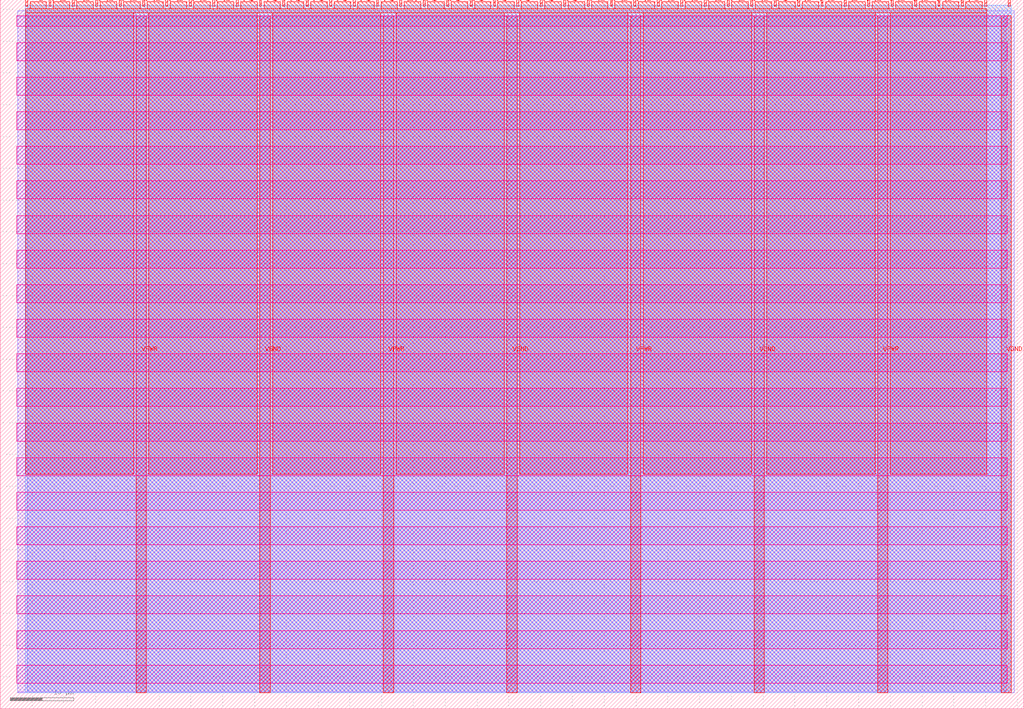
<source format=lef>
VERSION 5.7 ;
  NOWIREEXTENSIONATPIN ON ;
  DIVIDERCHAR "/" ;
  BUSBITCHARS "[]" ;
MACRO tt_um_advanced_counter
  CLASS BLOCK ;
  FOREIGN tt_um_advanced_counter ;
  ORIGIN 0.000 0.000 ;
  SIZE 161.000 BY 111.520 ;
  PIN VGND
    DIRECTION INOUT ;
    USE GROUND ;
    PORT
      LAYER met4 ;
        RECT 40.830 2.480 42.430 109.040 ;
    END
    PORT
      LAYER met4 ;
        RECT 79.700 2.480 81.300 109.040 ;
    END
    PORT
      LAYER met4 ;
        RECT 118.570 2.480 120.170 109.040 ;
    END
    PORT
      LAYER met4 ;
        RECT 157.440 2.480 159.040 109.040 ;
    END
  END VGND
  PIN VPWR
    DIRECTION INOUT ;
    USE POWER ;
    PORT
      LAYER met4 ;
        RECT 21.395 2.480 22.995 109.040 ;
    END
    PORT
      LAYER met4 ;
        RECT 60.265 2.480 61.865 109.040 ;
    END
    PORT
      LAYER met4 ;
        RECT 99.135 2.480 100.735 109.040 ;
    END
    PORT
      LAYER met4 ;
        RECT 138.005 2.480 139.605 109.040 ;
    END
  END VPWR
  PIN clk
    DIRECTION INPUT ;
    USE SIGNAL ;
    ANTENNAGATEAREA 0.852000 ;
    PORT
      LAYER met4 ;
        RECT 154.870 110.520 155.170 111.520 ;
    END
  END clk
  PIN ena
    DIRECTION INPUT ;
    USE SIGNAL ;
    PORT
      LAYER met4 ;
        RECT 158.550 110.520 158.850 111.520 ;
    END
  END ena
  PIN rst_n
    DIRECTION INPUT ;
    USE SIGNAL ;
    ANTENNAGATEAREA 0.196500 ;
    PORT
      LAYER met4 ;
        RECT 151.190 110.520 151.490 111.520 ;
    END
  END rst_n
  PIN ui_in[0]
    DIRECTION INPUT ;
    USE SIGNAL ;
    ANTENNAGATEAREA 0.196500 ;
    PORT
      LAYER met4 ;
        RECT 147.510 110.520 147.810 111.520 ;
    END
  END ui_in[0]
  PIN ui_in[1]
    DIRECTION INPUT ;
    USE SIGNAL ;
    ANTENNAGATEAREA 0.196500 ;
    PORT
      LAYER met4 ;
        RECT 143.830 110.520 144.130 111.520 ;
    END
  END ui_in[1]
  PIN ui_in[2]
    DIRECTION INPUT ;
    USE SIGNAL ;
    PORT
      LAYER met4 ;
        RECT 140.150 110.520 140.450 111.520 ;
    END
  END ui_in[2]
  PIN ui_in[3]
    DIRECTION INPUT ;
    USE SIGNAL ;
    PORT
      LAYER met4 ;
        RECT 136.470 110.520 136.770 111.520 ;
    END
  END ui_in[3]
  PIN ui_in[4]
    DIRECTION INPUT ;
    USE SIGNAL ;
    PORT
      LAYER met4 ;
        RECT 132.790 110.520 133.090 111.520 ;
    END
  END ui_in[4]
  PIN ui_in[5]
    DIRECTION INPUT ;
    USE SIGNAL ;
    PORT
      LAYER met4 ;
        RECT 129.110 110.520 129.410 111.520 ;
    END
  END ui_in[5]
  PIN ui_in[6]
    DIRECTION INPUT ;
    USE SIGNAL ;
    PORT
      LAYER met4 ;
        RECT 125.430 110.520 125.730 111.520 ;
    END
  END ui_in[6]
  PIN ui_in[7]
    DIRECTION INPUT ;
    USE SIGNAL ;
    PORT
      LAYER met4 ;
        RECT 121.750 110.520 122.050 111.520 ;
    END
  END ui_in[7]
  PIN uio_in[0]
    DIRECTION INPUT ;
    USE SIGNAL ;
    ANTENNAGATEAREA 0.213000 ;
    PORT
      LAYER met4 ;
        RECT 118.070 110.520 118.370 111.520 ;
    END
  END uio_in[0]
  PIN uio_in[1]
    DIRECTION INPUT ;
    USE SIGNAL ;
    ANTENNAGATEAREA 0.196500 ;
    PORT
      LAYER met4 ;
        RECT 114.390 110.520 114.690 111.520 ;
    END
  END uio_in[1]
  PIN uio_in[2]
    DIRECTION INPUT ;
    USE SIGNAL ;
    ANTENNAGATEAREA 0.196500 ;
    PORT
      LAYER met4 ;
        RECT 110.710 110.520 111.010 111.520 ;
    END
  END uio_in[2]
  PIN uio_in[3]
    DIRECTION INPUT ;
    USE SIGNAL ;
    ANTENNAGATEAREA 0.213000 ;
    PORT
      LAYER met4 ;
        RECT 107.030 110.520 107.330 111.520 ;
    END
  END uio_in[3]
  PIN uio_in[4]
    DIRECTION INPUT ;
    USE SIGNAL ;
    PORT
      LAYER met4 ;
        RECT 103.350 110.520 103.650 111.520 ;
    END
  END uio_in[4]
  PIN uio_in[5]
    DIRECTION INPUT ;
    USE SIGNAL ;
    PORT
      LAYER met4 ;
        RECT 99.670 110.520 99.970 111.520 ;
    END
  END uio_in[5]
  PIN uio_in[6]
    DIRECTION INPUT ;
    USE SIGNAL ;
    PORT
      LAYER met4 ;
        RECT 95.990 110.520 96.290 111.520 ;
    END
  END uio_in[6]
  PIN uio_in[7]
    DIRECTION INPUT ;
    USE SIGNAL ;
    PORT
      LAYER met4 ;
        RECT 92.310 110.520 92.610 111.520 ;
    END
  END uio_in[7]
  PIN uio_oe[0]
    DIRECTION OUTPUT TRISTATE ;
    USE SIGNAL ;
    PORT
      LAYER met4 ;
        RECT 29.750 110.520 30.050 111.520 ;
    END
  END uio_oe[0]
  PIN uio_oe[1]
    DIRECTION OUTPUT TRISTATE ;
    USE SIGNAL ;
    PORT
      LAYER met4 ;
        RECT 26.070 110.520 26.370 111.520 ;
    END
  END uio_oe[1]
  PIN uio_oe[2]
    DIRECTION OUTPUT TRISTATE ;
    USE SIGNAL ;
    PORT
      LAYER met4 ;
        RECT 22.390 110.520 22.690 111.520 ;
    END
  END uio_oe[2]
  PIN uio_oe[3]
    DIRECTION OUTPUT TRISTATE ;
    USE SIGNAL ;
    PORT
      LAYER met4 ;
        RECT 18.710 110.520 19.010 111.520 ;
    END
  END uio_oe[3]
  PIN uio_oe[4]
    DIRECTION OUTPUT TRISTATE ;
    USE SIGNAL ;
    PORT
      LAYER met4 ;
        RECT 15.030 110.520 15.330 111.520 ;
    END
  END uio_oe[4]
  PIN uio_oe[5]
    DIRECTION OUTPUT TRISTATE ;
    USE SIGNAL ;
    PORT
      LAYER met4 ;
        RECT 11.350 110.520 11.650 111.520 ;
    END
  END uio_oe[5]
  PIN uio_oe[6]
    DIRECTION OUTPUT TRISTATE ;
    USE SIGNAL ;
    PORT
      LAYER met4 ;
        RECT 7.670 110.520 7.970 111.520 ;
    END
  END uio_oe[6]
  PIN uio_oe[7]
    DIRECTION OUTPUT TRISTATE ;
    USE SIGNAL ;
    PORT
      LAYER met4 ;
        RECT 3.990 110.520 4.290 111.520 ;
    END
  END uio_oe[7]
  PIN uio_out[0]
    DIRECTION OUTPUT TRISTATE ;
    USE SIGNAL ;
    PORT
      LAYER met4 ;
        RECT 59.190 110.520 59.490 111.520 ;
    END
  END uio_out[0]
  PIN uio_out[1]
    DIRECTION OUTPUT TRISTATE ;
    USE SIGNAL ;
    PORT
      LAYER met4 ;
        RECT 55.510 110.520 55.810 111.520 ;
    END
  END uio_out[1]
  PIN uio_out[2]
    DIRECTION OUTPUT TRISTATE ;
    USE SIGNAL ;
    PORT
      LAYER met4 ;
        RECT 51.830 110.520 52.130 111.520 ;
    END
  END uio_out[2]
  PIN uio_out[3]
    DIRECTION OUTPUT TRISTATE ;
    USE SIGNAL ;
    PORT
      LAYER met4 ;
        RECT 48.150 110.520 48.450 111.520 ;
    END
  END uio_out[3]
  PIN uio_out[4]
    DIRECTION OUTPUT TRISTATE ;
    USE SIGNAL ;
    PORT
      LAYER met4 ;
        RECT 44.470 110.520 44.770 111.520 ;
    END
  END uio_out[4]
  PIN uio_out[5]
    DIRECTION OUTPUT TRISTATE ;
    USE SIGNAL ;
    PORT
      LAYER met4 ;
        RECT 40.790 110.520 41.090 111.520 ;
    END
  END uio_out[5]
  PIN uio_out[6]
    DIRECTION OUTPUT TRISTATE ;
    USE SIGNAL ;
    ANTENNADIFFAREA 0.445500 ;
    PORT
      LAYER met4 ;
        RECT 37.110 110.520 37.410 111.520 ;
    END
  END uio_out[6]
  PIN uio_out[7]
    DIRECTION OUTPUT TRISTATE ;
    USE SIGNAL ;
    ANTENNADIFFAREA 0.445500 ;
    PORT
      LAYER met4 ;
        RECT 33.430 110.520 33.730 111.520 ;
    END
  END uio_out[7]
  PIN uo_out[0]
    DIRECTION OUTPUT TRISTATE ;
    USE SIGNAL ;
    ANTENNAGATEAREA 0.126000 ;
    ANTENNADIFFAREA 0.891000 ;
    PORT
      LAYER met4 ;
        RECT 88.630 110.520 88.930 111.520 ;
    END
  END uo_out[0]
  PIN uo_out[1]
    DIRECTION OUTPUT TRISTATE ;
    USE SIGNAL ;
    ANTENNAGATEAREA 0.247500 ;
    ANTENNADIFFAREA 0.891000 ;
    PORT
      LAYER met4 ;
        RECT 84.950 110.520 85.250 111.520 ;
    END
  END uo_out[1]
  PIN uo_out[2]
    DIRECTION OUTPUT TRISTATE ;
    USE SIGNAL ;
    PORT
      LAYER met4 ;
        RECT 81.270 110.520 81.570 111.520 ;
    END
  END uo_out[2]
  PIN uo_out[3]
    DIRECTION OUTPUT TRISTATE ;
    USE SIGNAL ;
    PORT
      LAYER met4 ;
        RECT 77.590 110.520 77.890 111.520 ;
    END
  END uo_out[3]
  PIN uo_out[4]
    DIRECTION OUTPUT TRISTATE ;
    USE SIGNAL ;
    PORT
      LAYER met4 ;
        RECT 73.910 110.520 74.210 111.520 ;
    END
  END uo_out[4]
  PIN uo_out[5]
    DIRECTION OUTPUT TRISTATE ;
    USE SIGNAL ;
    PORT
      LAYER met4 ;
        RECT 70.230 110.520 70.530 111.520 ;
    END
  END uo_out[5]
  PIN uo_out[6]
    DIRECTION OUTPUT TRISTATE ;
    USE SIGNAL ;
    PORT
      LAYER met4 ;
        RECT 66.550 110.520 66.850 111.520 ;
    END
  END uo_out[6]
  PIN uo_out[7]
    DIRECTION OUTPUT TRISTATE ;
    USE SIGNAL ;
    PORT
      LAYER met4 ;
        RECT 62.870 110.520 63.170 111.520 ;
    END
  END uo_out[7]
  OBS
      LAYER nwell ;
        RECT 2.570 107.385 158.430 108.990 ;
        RECT 2.570 101.945 158.430 104.775 ;
        RECT 2.570 96.505 158.430 99.335 ;
        RECT 2.570 91.065 158.430 93.895 ;
        RECT 2.570 85.625 158.430 88.455 ;
        RECT 2.570 80.185 158.430 83.015 ;
        RECT 2.570 74.745 158.430 77.575 ;
        RECT 2.570 69.305 158.430 72.135 ;
        RECT 2.570 63.865 158.430 66.695 ;
        RECT 2.570 58.425 158.430 61.255 ;
        RECT 2.570 52.985 158.430 55.815 ;
        RECT 2.570 47.545 158.430 50.375 ;
        RECT 2.570 42.105 158.430 44.935 ;
        RECT 2.570 36.665 158.430 39.495 ;
        RECT 2.570 31.225 158.430 34.055 ;
        RECT 2.570 25.785 158.430 28.615 ;
        RECT 2.570 20.345 158.430 23.175 ;
        RECT 2.570 14.905 158.430 17.735 ;
        RECT 2.570 9.465 158.430 12.295 ;
        RECT 2.570 4.025 158.430 6.855 ;
      LAYER li1 ;
        RECT 2.760 2.635 158.240 108.885 ;
      LAYER met1 ;
        RECT 2.760 2.480 159.460 109.780 ;
      LAYER met2 ;
        RECT 4.230 2.535 159.010 110.685 ;
      LAYER met3 ;
        RECT 3.950 2.555 159.030 110.665 ;
      LAYER met4 ;
        RECT 4.690 110.120 7.270 111.170 ;
        RECT 8.370 110.120 10.950 111.170 ;
        RECT 12.050 110.120 14.630 111.170 ;
        RECT 15.730 110.120 18.310 111.170 ;
        RECT 19.410 110.120 21.990 111.170 ;
        RECT 23.090 110.120 25.670 111.170 ;
        RECT 26.770 110.120 29.350 111.170 ;
        RECT 30.450 110.120 33.030 111.170 ;
        RECT 34.130 110.120 36.710 111.170 ;
        RECT 37.810 110.120 40.390 111.170 ;
        RECT 41.490 110.120 44.070 111.170 ;
        RECT 45.170 110.120 47.750 111.170 ;
        RECT 48.850 110.120 51.430 111.170 ;
        RECT 52.530 110.120 55.110 111.170 ;
        RECT 56.210 110.120 58.790 111.170 ;
        RECT 59.890 110.120 62.470 111.170 ;
        RECT 63.570 110.120 66.150 111.170 ;
        RECT 67.250 110.120 69.830 111.170 ;
        RECT 70.930 110.120 73.510 111.170 ;
        RECT 74.610 110.120 77.190 111.170 ;
        RECT 78.290 110.120 80.870 111.170 ;
        RECT 81.970 110.120 84.550 111.170 ;
        RECT 85.650 110.120 88.230 111.170 ;
        RECT 89.330 110.120 91.910 111.170 ;
        RECT 93.010 110.120 95.590 111.170 ;
        RECT 96.690 110.120 99.270 111.170 ;
        RECT 100.370 110.120 102.950 111.170 ;
        RECT 104.050 110.120 106.630 111.170 ;
        RECT 107.730 110.120 110.310 111.170 ;
        RECT 111.410 110.120 113.990 111.170 ;
        RECT 115.090 110.120 117.670 111.170 ;
        RECT 118.770 110.120 121.350 111.170 ;
        RECT 122.450 110.120 125.030 111.170 ;
        RECT 126.130 110.120 128.710 111.170 ;
        RECT 129.810 110.120 132.390 111.170 ;
        RECT 133.490 110.120 136.070 111.170 ;
        RECT 137.170 110.120 139.750 111.170 ;
        RECT 140.850 110.120 143.430 111.170 ;
        RECT 144.530 110.120 147.110 111.170 ;
        RECT 148.210 110.120 150.790 111.170 ;
        RECT 151.890 110.120 154.470 111.170 ;
        RECT 3.975 109.440 155.185 110.120 ;
        RECT 3.975 36.895 20.995 109.440 ;
        RECT 23.395 36.895 40.430 109.440 ;
        RECT 42.830 36.895 59.865 109.440 ;
        RECT 62.265 36.895 79.300 109.440 ;
        RECT 81.700 36.895 98.735 109.440 ;
        RECT 101.135 36.895 118.170 109.440 ;
        RECT 120.570 36.895 137.605 109.440 ;
        RECT 140.005 36.895 155.185 109.440 ;
  END
END tt_um_advanced_counter
END LIBRARY


</source>
